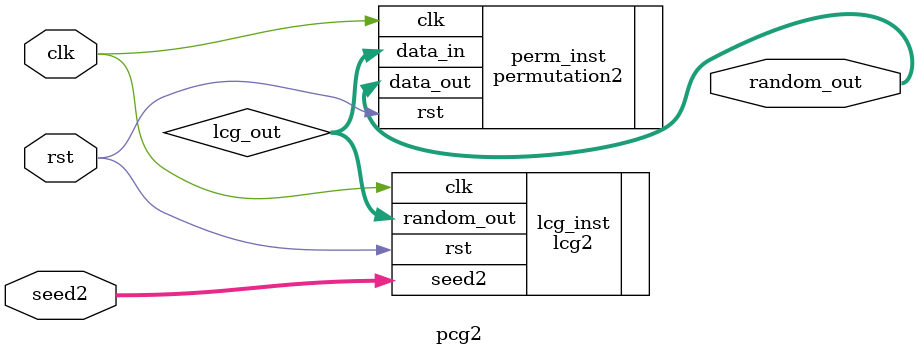
<source format=v>
module pcg2(
    input wire clk,
    input wire rst,
    input wire [63:0] seed2,
    output wire [63:0] random_out  // 128-bit output
);

    // Internal connections
    wire [63:0] lcg_out;

    // Instantiate LCG
    lcg2 lcg_inst(
        .clk(clk),
        .rst(rst),
        .seed2(seed2),
        .random_out(lcg_out)
    );

    // Instantiate permutation function
    permutation2 perm_inst(
        .clk(clk),
        .rst(rst),
        .data_in(lcg_out),
        .data_out(random_out)
    );

endmodule

</source>
